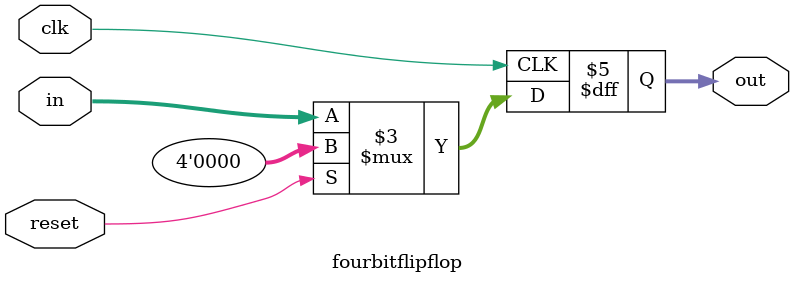
<source format=v>
`timescale 1ns / 1ps


module fourbitflipflop(input clk,input reset,input [3:0] in,output reg [3:0] out

    );
    always @(posedge clk) begin
     if (reset) begin
        out<=0;
     end
     else begin
       out<=in;
     end
   end
    
endmodule

</source>
